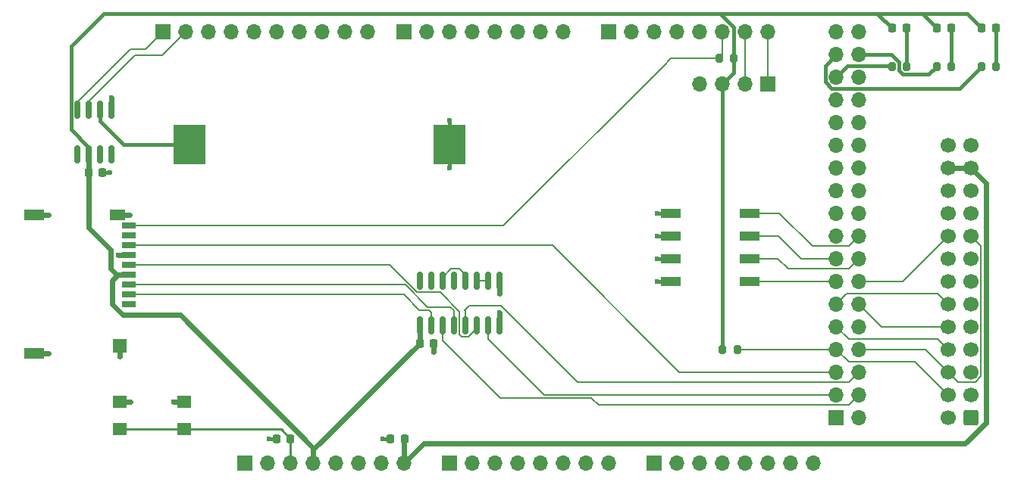
<source format=gbr>
%TF.GenerationSoftware,KiCad,Pcbnew,7.0.9*%
%TF.CreationDate,2023-11-24T14:08:54+01:00*%
%TF.ProjectId,sd-card-shield,73642d63-6172-4642-9d73-6869656c642e,rev?*%
%TF.SameCoordinates,Original*%
%TF.FileFunction,Copper,L1,Top*%
%TF.FilePolarity,Positive*%
%FSLAX46Y46*%
G04 Gerber Fmt 4.6, Leading zero omitted, Abs format (unit mm)*
G04 Created by KiCad (PCBNEW 7.0.9) date 2023-11-24 14:08:54*
%MOMM*%
%LPD*%
G01*
G04 APERTURE LIST*
G04 Aperture macros list*
%AMRoundRect*
0 Rectangle with rounded corners*
0 $1 Rounding radius*
0 $2 $3 $4 $5 $6 $7 $8 $9 X,Y pos of 4 corners*
0 Add a 4 corners polygon primitive as box body*
4,1,4,$2,$3,$4,$5,$6,$7,$8,$9,$2,$3,0*
0 Add four circle primitives for the rounded corners*
1,1,$1+$1,$2,$3*
1,1,$1+$1,$4,$5*
1,1,$1+$1,$6,$7*
1,1,$1+$1,$8,$9*
0 Add four rect primitives between the rounded corners*
20,1,$1+$1,$2,$3,$4,$5,0*
20,1,$1+$1,$4,$5,$6,$7,0*
20,1,$1+$1,$6,$7,$8,$9,0*
20,1,$1+$1,$8,$9,$2,$3,0*%
G04 Aperture macros list end*
%TA.AperFunction,ComponentPad*%
%ADD10R,1.700000X1.700000*%
%TD*%
%TA.AperFunction,ComponentPad*%
%ADD11O,1.700000X1.700000*%
%TD*%
%TA.AperFunction,SMDPad,CuDef*%
%ADD12RoundRect,0.150000X0.150000X-0.850000X0.150000X0.850000X-0.150000X0.850000X-0.150000X-0.850000X0*%
%TD*%
%TA.AperFunction,SMDPad,CuDef*%
%ADD13RoundRect,0.200000X0.200000X0.275000X-0.200000X0.275000X-0.200000X-0.275000X0.200000X-0.275000X0*%
%TD*%
%TA.AperFunction,SMDPad,CuDef*%
%ADD14R,3.600000X4.500000*%
%TD*%
%TA.AperFunction,SMDPad,CuDef*%
%ADD15RoundRect,0.150000X0.150000X-0.825000X0.150000X0.825000X-0.150000X0.825000X-0.150000X-0.825000X0*%
%TD*%
%TA.AperFunction,SMDPad,CuDef*%
%ADD16R,1.600000X1.400000*%
%TD*%
%TA.AperFunction,SMDPad,CuDef*%
%ADD17R,1.600000X0.700000*%
%TD*%
%TA.AperFunction,SMDPad,CuDef*%
%ADD18R,1.800000X1.200000*%
%TD*%
%TA.AperFunction,SMDPad,CuDef*%
%ADD19R,2.200000X1.200000*%
%TD*%
%TA.AperFunction,SMDPad,CuDef*%
%ADD20R,1.500000X1.600000*%
%TD*%
%TA.AperFunction,SMDPad,CuDef*%
%ADD21RoundRect,0.218750X0.218750X0.256250X-0.218750X0.256250X-0.218750X-0.256250X0.218750X-0.256250X0*%
%TD*%
%TA.AperFunction,SMDPad,CuDef*%
%ADD22R,2.200000X1.100000*%
%TD*%
%TA.AperFunction,SMDPad,CuDef*%
%ADD23RoundRect,0.200000X-0.200000X-0.275000X0.200000X-0.275000X0.200000X0.275000X-0.200000X0.275000X0*%
%TD*%
%TA.AperFunction,SMDPad,CuDef*%
%ADD24RoundRect,0.225000X-0.225000X-0.250000X0.225000X-0.250000X0.225000X0.250000X-0.225000X0.250000X0*%
%TD*%
%TA.AperFunction,ComponentPad*%
%ADD25RoundRect,0.250000X0.600000X0.600000X-0.600000X0.600000X-0.600000X-0.600000X0.600000X-0.600000X0*%
%TD*%
%TA.AperFunction,ComponentPad*%
%ADD26C,1.700000*%
%TD*%
%TA.AperFunction,SMDPad,CuDef*%
%ADD27RoundRect,0.225000X0.225000X0.250000X-0.225000X0.250000X-0.225000X-0.250000X0.225000X-0.250000X0*%
%TD*%
%TA.AperFunction,ViaPad*%
%ADD28C,0.600000*%
%TD*%
%TA.AperFunction,Conductor*%
%ADD29C,0.600000*%
%TD*%
%TA.AperFunction,Conductor*%
%ADD30C,0.400000*%
%TD*%
%TA.AperFunction,Conductor*%
%ADD31C,0.200000*%
%TD*%
%TA.AperFunction,Conductor*%
%ADD32C,0.250000*%
%TD*%
G04 APERTURE END LIST*
D10*
%TO.P,P1,1,Pin_1*%
%TO.N,GND*%
X193980000Y-92380000D03*
D11*
%TO.P,P1,2,Pin_2*%
X196520000Y-92380000D03*
%TO.P,P1,3,Pin_3*%
%TO.N,Net-(P1-Pin_3)*%
X193980000Y-89840000D03*
%TO.P,P1,4,Pin_4*%
%TO.N,Net-(P1-Pin_4)*%
X196520000Y-89840000D03*
%TO.P,P1,5,Pin_5*%
%TO.N,Net-(J2-DAT0)*%
X193980000Y-87300000D03*
%TO.P,P1,6,Pin_6*%
%TO.N,Net-(P1-Pin_6)*%
X196520000Y-87300000D03*
%TO.P,P1,7,Pin_7*%
%TO.N,Net-(J3-Pin_4)*%
X193980000Y-84760000D03*
%TO.P,P1,8,Pin_8*%
%TO.N,Net-(J3-Pin_17)*%
X196520000Y-84760000D03*
%TO.P,P1,9,Pin_9*%
%TO.N,Net-(J3-Pin_8)*%
X193980000Y-82220000D03*
%TO.P,P1,10,Pin_10*%
%TO.N,Net-(J3-Pin_2)*%
X196520000Y-82220000D03*
%TO.P,P1,11,Pin_11*%
%TO.N,Net-(J3-Pin_12)*%
X193980000Y-79680000D03*
%TO.P,P1,12,Pin_12*%
%TO.N,Net-(J3-Pin_10)*%
X196520000Y-79680000D03*
%TO.P,P1,13,Pin_13*%
%TO.N,OPTION_1*%
X193980000Y-77140000D03*
%TO.P,P1,14,Pin_14*%
%TO.N,Net-(J3-Pin_18)*%
X196520000Y-77140000D03*
%TO.P,P1,15,Pin_15*%
%TO.N,OPTION_3*%
X193980000Y-74600000D03*
%TO.P,P1,16,Pin_16*%
%TO.N,OPTION_2*%
X196520000Y-74600000D03*
%TO.P,P1,17,Pin_17*%
%TO.N,GND*%
X193980000Y-72060000D03*
%TO.P,P1,18,Pin_18*%
%TO.N,OPTION_4*%
X196520000Y-72060000D03*
%TO.P,P1,19,Pin_19*%
%TO.N,DATA_1*%
X193980000Y-69520000D03*
%TO.P,P1,20,Pin_20*%
%TO.N,DATA_0*%
X196520000Y-69520000D03*
%TO.P,P1,21,Pin_21*%
%TO.N,DATA_3*%
X193980000Y-66980000D03*
%TO.P,P1,22,Pin_22*%
%TO.N,DATA_2*%
X196520000Y-66980000D03*
%TO.P,P1,23,Pin_23*%
%TO.N,DATA_5*%
X193980000Y-64440000D03*
%TO.P,P1,24,Pin_24*%
%TO.N,DATA_4*%
X196520000Y-64440000D03*
%TO.P,P1,25,Pin_25*%
%TO.N,DATA_7*%
X193980000Y-61900000D03*
%TO.P,P1,26,Pin_26*%
%TO.N,DATA_6*%
X196520000Y-61900000D03*
%TO.P,P1,27,Pin_27*%
%TO.N,unconnected-(P1-Pin_27-Pad27)*%
X193980000Y-59360000D03*
%TO.P,P1,28,Pin_28*%
%TO.N,unconnected-(P1-Pin_28-Pad28)*%
X196520000Y-59360000D03*
%TO.P,P1,29,Pin_29*%
%TO.N,unconnected-(P1-Pin_29-Pad29)*%
X193980000Y-56820000D03*
%TO.P,P1,30,Pin_30*%
%TO.N,unconnected-(P1-Pin_30-Pad30)*%
X196520000Y-56820000D03*
%TO.P,P1,31,Pin_31*%
%TO.N,Net-(P1-Pin_31)*%
X193980000Y-54280000D03*
%TO.P,P1,32,Pin_32*%
%TO.N,unconnected-(P1-Pin_32-Pad32)*%
X196520000Y-54280000D03*
%TO.P,P1,33,Pin_33*%
%TO.N,Net-(P1-Pin_33)*%
X193980000Y-51740000D03*
%TO.P,P1,34,Pin_34*%
%TO.N,Net-(P1-Pin_34)*%
X196520000Y-51740000D03*
%TO.P,P1,35,Pin_35*%
%TO.N,unconnected-(P1-Pin_35-Pad35)*%
X193980000Y-49200000D03*
%TO.P,P1,36,Pin_36*%
%TO.N,unconnected-(P1-Pin_36-Pad36)*%
X196520000Y-49200000D03*
%TD*%
D10*
%TO.P,P2,1,Pin_1*%
%TO.N,unconnected-(P2-Pin_1-Pad1)*%
X127940000Y-97460000D03*
D11*
%TO.P,P2,2,Pin_2*%
%TO.N,unconnected-(P2-Pin_2-Pad2)*%
X130480000Y-97460000D03*
%TO.P,P2,3,Pin_3*%
%TO.N,Net-(P2-Pin_3)*%
X133020000Y-97460000D03*
%TO.P,P2,4,Pin_4*%
%TO.N,+3V3*%
X135560000Y-97460000D03*
%TO.P,P2,5,Pin_5*%
%TO.N,+5V*%
X138100000Y-97460000D03*
%TO.P,P2,6,Pin_6*%
%TO.N,GND*%
X140640000Y-97460000D03*
%TO.P,P2,7,Pin_7*%
X143180000Y-97460000D03*
%TO.P,P2,8,Pin_8*%
%TO.N,+8V*%
X145720000Y-97460000D03*
%TD*%
D10*
%TO.P,P3,1,Pin_1*%
%TO.N,unconnected-(P3-Pin_1-Pad1)*%
X150800000Y-97460000D03*
D11*
%TO.P,P3,2,Pin_2*%
%TO.N,unconnected-(P3-Pin_2-Pad2)*%
X153340000Y-97460000D03*
%TO.P,P3,3,Pin_3*%
%TO.N,unconnected-(P3-Pin_3-Pad3)*%
X155880000Y-97460000D03*
%TO.P,P3,4,Pin_4*%
%TO.N,unconnected-(P3-Pin_4-Pad4)*%
X158420000Y-97460000D03*
%TO.P,P3,5,Pin_5*%
%TO.N,unconnected-(P3-Pin_5-Pad5)*%
X160960000Y-97460000D03*
%TO.P,P3,6,Pin_6*%
%TO.N,unconnected-(P3-Pin_6-Pad6)*%
X163500000Y-97460000D03*
%TO.P,P3,7,Pin_7*%
%TO.N,unconnected-(P3-Pin_7-Pad7)*%
X166040000Y-97460000D03*
%TO.P,P3,8,Pin_8*%
%TO.N,unconnected-(P3-Pin_8-Pad8)*%
X168580000Y-97460000D03*
%TD*%
D10*
%TO.P,P4,1,Pin_1*%
%TO.N,unconnected-(P4-Pin_1-Pad1)*%
X173660000Y-97460000D03*
D11*
%TO.P,P4,2,Pin_2*%
%TO.N,unconnected-(P4-Pin_2-Pad2)*%
X176200000Y-97460000D03*
%TO.P,P4,3,Pin_3*%
%TO.N,unconnected-(P4-Pin_3-Pad3)*%
X178740000Y-97460000D03*
%TO.P,P4,4,Pin_4*%
%TO.N,unconnected-(P4-Pin_4-Pad4)*%
X181280000Y-97460000D03*
%TO.P,P4,5,Pin_5*%
%TO.N,unconnected-(P4-Pin_5-Pad5)*%
X183820000Y-97460000D03*
%TO.P,P4,6,Pin_6*%
%TO.N,unconnected-(P4-Pin_6-Pad6)*%
X186360000Y-97460000D03*
%TO.P,P4,7,Pin_7*%
%TO.N,unconnected-(P4-Pin_7-Pad7)*%
X188900000Y-97460000D03*
%TO.P,P4,8,Pin_8*%
%TO.N,unconnected-(P4-Pin_8-Pad8)*%
X191440000Y-97460000D03*
%TD*%
D10*
%TO.P,P5,1,Pin_1*%
%TO.N,Net-(P5-Pin_1)*%
X118796000Y-49200000D03*
D11*
%TO.P,P5,2,Pin_2*%
%TO.N,Net-(P5-Pin_2)*%
X121336000Y-49200000D03*
%TO.P,P5,3,Pin_3*%
%TO.N,unconnected-(P5-Pin_3-Pad3)*%
X123876000Y-49200000D03*
%TO.P,P5,4,Pin_4*%
%TO.N,GND*%
X126416000Y-49200000D03*
%TO.P,P5,5,Pin_5*%
%TO.N,unconnected-(P5-Pin_5-Pad5)*%
X128956000Y-49200000D03*
%TO.P,P5,6,Pin_6*%
%TO.N,unconnected-(P5-Pin_6-Pad6)*%
X131496000Y-49200000D03*
%TO.P,P5,7,Pin_7*%
%TO.N,unconnected-(P5-Pin_7-Pad7)*%
X134036000Y-49200000D03*
%TO.P,P5,8,Pin_8*%
%TO.N,unconnected-(P5-Pin_8-Pad8)*%
X136576000Y-49200000D03*
%TO.P,P5,9,Pin_9*%
%TO.N,unconnected-(P5-Pin_9-Pad9)*%
X139116000Y-49200000D03*
%TO.P,P5,10,Pin_10*%
%TO.N,unconnected-(P5-Pin_10-Pad10)*%
X141656000Y-49200000D03*
%TD*%
D10*
%TO.P,P6,1,Pin_1*%
%TO.N,unconnected-(P6-Pin_1-Pad1)*%
X145720000Y-49200000D03*
D11*
%TO.P,P6,2,Pin_2*%
%TO.N,unconnected-(P6-Pin_2-Pad2)*%
X148260000Y-49200000D03*
%TO.P,P6,3,Pin_3*%
%TO.N,unconnected-(P6-Pin_3-Pad3)*%
X150800000Y-49200000D03*
%TO.P,P6,4,Pin_4*%
%TO.N,unconnected-(P6-Pin_4-Pad4)*%
X153340000Y-49200000D03*
%TO.P,P6,5,Pin_5*%
%TO.N,unconnected-(P6-Pin_5-Pad5)*%
X155880000Y-49200000D03*
%TO.P,P6,6,Pin_6*%
%TO.N,unconnected-(P6-Pin_6-Pad6)*%
X158420000Y-49200000D03*
%TO.P,P6,7,Pin_7*%
%TO.N,unconnected-(P6-Pin_7-Pad7)*%
X160960000Y-49200000D03*
%TO.P,P6,8,Pin_8*%
%TO.N,unconnected-(P6-Pin_8-Pad8)*%
X163500000Y-49200000D03*
%TD*%
D10*
%TO.P,P7,1,Pin_1*%
%TO.N,unconnected-(P7-Pin_1-Pad1)*%
X168580000Y-49200000D03*
D11*
%TO.P,P7,2,Pin_2*%
%TO.N,unconnected-(P7-Pin_2-Pad2)*%
X171120000Y-49200000D03*
%TO.P,P7,3,Pin_3*%
%TO.N,unconnected-(P7-Pin_3-Pad3)*%
X173660000Y-49200000D03*
%TO.P,P7,4,Pin_4*%
%TO.N,unconnected-(P7-Pin_4-Pad4)*%
X176200000Y-49200000D03*
%TO.P,P7,5,Pin_5*%
%TO.N,unconnected-(P7-Pin_5-Pad5)*%
X178740000Y-49200000D03*
%TO.P,P7,6,Pin_6*%
%TO.N,Net-(J2-DET)*%
X181280000Y-49200000D03*
%TO.P,P7,7,Pin_7*%
%TO.N,Net-(J1-Pin_2)*%
X183820000Y-49200000D03*
%TO.P,P7,8,Pin_8*%
%TO.N,Net-(J1-Pin_1)*%
X186360000Y-49200000D03*
%TD*%
D12*
%TO.P,U2,1,VCC*%
%TO.N,+3V3*%
X147445000Y-82060000D03*
%TO.P,U2,2*%
%TO.N,Net-(J2-DAT3{slash}CD)*%
X148715000Y-82060000D03*
%TO.P,U2,3*%
%TO.N,Net-(P1-Pin_4)*%
X149985000Y-82060000D03*
%TO.P,U2,4*%
%TO.N,Net-(J2-CMD)*%
X151255000Y-82060000D03*
%TO.P,U2,5*%
%TO.N,Net-(P1-Pin_6)*%
X152525000Y-82060000D03*
%TO.P,U2,6*%
%TO.N,Net-(J2-CLK)*%
X153795000Y-82060000D03*
%TO.P,U2,7*%
%TO.N,Net-(P1-Pin_3)*%
X155065000Y-82060000D03*
%TO.P,U2,8,VSS*%
%TO.N,GND*%
X156335000Y-82060000D03*
%TO.P,U2,9*%
X156335000Y-77060000D03*
%TO.P,U2,10*%
%TO.N,Net-(U2-Pad10)*%
X155065000Y-77060000D03*
%TO.P,U2,11*%
X153795000Y-77060000D03*
%TO.P,U2,12*%
%TO.N,Net-(U2-Pad12)*%
X152525000Y-77060000D03*
%TO.P,U2,13*%
%TO.N,N/C*%
X151255000Y-77060000D03*
%TO.P,U2,14*%
%TO.N,Net-(U2-Pad12)*%
X149985000Y-77060000D03*
%TO.P,U2,15*%
%TO.N,unconnected-(U2-Pad15)*%
X148715000Y-77060000D03*
%TO.P,U2,16*%
%TO.N,N/C*%
X147445000Y-77060000D03*
%TD*%
D13*
%TO.P,R1,1*%
%TO.N,Net-(LED1-K)*%
X211825000Y-53100000D03*
%TO.P,R1,2*%
%TO.N,Net-(P1-Pin_33)*%
X210175000Y-53100000D03*
%TD*%
D14*
%TO.P,BT1,1,+*%
%TO.N,Net-(BT1-+)*%
X121700000Y-61800000D03*
%TO.P,BT1,2,-*%
%TO.N,GND*%
X150800000Y-61800000D03*
%TD*%
D15*
%TO.P,U1,1,32KHZ*%
%TO.N,unconnected-(U1-32KHZ-Pad1)*%
X109185000Y-62925000D03*
%TO.P,U1,2,VCC*%
%TO.N,+3V3*%
X110455000Y-62925000D03*
%TO.P,U1,3,~{INT}/SQW*%
%TO.N,unconnected-(U1-~{INT}{slash}SQW-Pad3)*%
X111725000Y-62925000D03*
%TO.P,U1,4,~{RST}*%
%TO.N,unconnected-(U1-~{RST}-Pad4)*%
X112995000Y-62925000D03*
%TO.P,U1,5,GND*%
%TO.N,GND*%
X112995000Y-57975000D03*
%TO.P,U1,6,VBAT*%
%TO.N,Net-(BT1-+)*%
X111725000Y-57975000D03*
%TO.P,U1,7,SDA*%
%TO.N,Net-(P5-Pin_2)*%
X110455000Y-57975000D03*
%TO.P,U1,8,SCL*%
%TO.N,Net-(P5-Pin_1)*%
X109185000Y-57975000D03*
%TD*%
D16*
%TO.P,SW2,1,1*%
%TO.N,GND*%
X113900000Y-90650000D03*
X121100000Y-90650000D03*
%TO.P,SW2,2,2*%
%TO.N,Net-(P2-Pin_3)*%
X113900000Y-93650000D03*
X121100000Y-93650000D03*
%TD*%
D17*
%TO.P,J2,1,DAT2*%
%TO.N,unconnected-(J2-DAT2-Pad1)*%
X114975000Y-79725000D03*
%TO.P,J2,2,DAT3/CD*%
%TO.N,Net-(J2-DAT3{slash}CD)*%
X114975000Y-78625000D03*
%TO.P,J2,3,CMD*%
%TO.N,Net-(J2-CMD)*%
X114975000Y-77525000D03*
%TO.P,J2,4,VDD*%
%TO.N,+3V3*%
X114975000Y-76425000D03*
%TO.P,J2,5,CLK*%
%TO.N,Net-(J2-CLK)*%
X114975000Y-75325000D03*
%TO.P,J2,6,VSS*%
%TO.N,GND*%
X114975000Y-74225000D03*
%TO.P,J2,7,DAT0*%
%TO.N,Net-(J2-DAT0)*%
X114975000Y-73125000D03*
%TO.P,J2,8,DAT1*%
%TO.N,unconnected-(J2-DAT1-Pad8)*%
X114975000Y-72025000D03*
%TO.P,J2,9,DET*%
%TO.N,Net-(J2-DET)*%
X114975000Y-70925000D03*
D18*
%TO.P,J2,10,SHIELD*%
%TO.N,GND*%
X113675000Y-69725000D03*
D19*
X104375000Y-69725000D03*
D20*
X113925000Y-84325000D03*
D19*
X104375000Y-85225000D03*
%TD*%
D21*
%TO.P,LED2,1,K*%
%TO.N,Net-(LED2-K)*%
X206787500Y-48800000D03*
%TO.P,LED2,2,A*%
%TO.N,+3V3*%
X205212500Y-48800000D03*
%TD*%
D22*
%TO.P,SW1,1*%
%TO.N,OPTION_1*%
X184300000Y-77140000D03*
%TO.P,SW1,2*%
%TO.N,OPTION_2*%
X184300000Y-74600000D03*
%TO.P,SW1,3*%
%TO.N,OPTION_3*%
X184300000Y-72060000D03*
%TO.P,SW1,4*%
%TO.N,OPTION_4*%
X184300000Y-69520000D03*
%TO.P,SW1,5*%
%TO.N,GND*%
X175500000Y-69520000D03*
%TO.P,SW1,6*%
X175500000Y-72060000D03*
%TO.P,SW1,7*%
X175500000Y-74600000D03*
%TO.P,SW1,8*%
X175500000Y-77140000D03*
%TD*%
D23*
%TO.P,R4,1*%
%TO.N,+3V3*%
X181275000Y-84760000D03*
%TO.P,R4,2*%
%TO.N,Net-(J3-Pin_4)*%
X182925000Y-84760000D03*
%TD*%
D10*
%TO.P,J1,1,Pin_1*%
%TO.N,Net-(J1-Pin_1)*%
X186360000Y-55050000D03*
D11*
%TO.P,J1,2,Pin_2*%
%TO.N,Net-(J1-Pin_2)*%
X183820000Y-55050000D03*
%TO.P,J1,3,Pin_3*%
%TO.N,+3V3*%
X181280000Y-55050000D03*
%TO.P,J1,4,Pin_4*%
%TO.N,GND*%
X178740000Y-55050000D03*
%TD*%
D24*
%TO.P,C3,1*%
%TO.N,+3V3*%
X110450000Y-64950000D03*
%TO.P,C3,2*%
%TO.N,GND*%
X112000000Y-64950000D03*
%TD*%
D25*
%TO.P,J3,1,Pin_1*%
%TO.N,DATA_0*%
X209000000Y-92380000D03*
D26*
%TO.P,J3,2,Pin_2*%
%TO.N,Net-(J3-Pin_2)*%
X206460000Y-92380000D03*
%TO.P,J3,3,Pin_3*%
%TO.N,DATA_1*%
X209000000Y-89840000D03*
%TO.P,J3,4,Pin_4*%
%TO.N,Net-(J3-Pin_4)*%
X206460000Y-89840000D03*
%TO.P,J3,5,Pin_5*%
%TO.N,DATA_2*%
X209000000Y-87300000D03*
%TO.P,J3,6,Pin_6*%
%TO.N,Net-(J3-Pin_17)*%
X206460000Y-87300000D03*
%TO.P,J3,7,Pin_7*%
%TO.N,DATA_3*%
X209000000Y-84760000D03*
%TO.P,J3,8,Pin_8*%
%TO.N,Net-(J3-Pin_8)*%
X206460000Y-84760000D03*
%TO.P,J3,9,Pin_9*%
%TO.N,DATA_4*%
X209000000Y-82220000D03*
%TO.P,J3,10,Pin_10*%
%TO.N,Net-(J3-Pin_10)*%
X206460000Y-82220000D03*
%TO.P,J3,11,Pin_11*%
%TO.N,DATA_5*%
X209000000Y-79680000D03*
%TO.P,J3,12,Pin_12*%
%TO.N,Net-(J3-Pin_12)*%
X206460000Y-79680000D03*
%TO.P,J3,13,Pin_13*%
%TO.N,DATA_6*%
X209000000Y-77140000D03*
%TO.P,J3,14,Pin_14*%
%TO.N,unconnected-(J3-Pin_14-Pad14)*%
X206460000Y-77140000D03*
%TO.P,J3,15,Pin_15*%
%TO.N,DATA_7*%
X209000000Y-74600000D03*
%TO.P,J3,16,Pin_16*%
%TO.N,unconnected-(J3-Pin_16-Pad16)*%
X206460000Y-74600000D03*
%TO.P,J3,17,Pin_17*%
%TO.N,Net-(J3-Pin_17)*%
X209000000Y-72060000D03*
%TO.P,J3,18,Pin_18*%
%TO.N,Net-(J3-Pin_18)*%
X206460000Y-72060000D03*
%TO.P,J3,19,Pin_19*%
%TO.N,unconnected-(J3-Pin_19-Pad19)*%
X209000000Y-69520000D03*
%TO.P,J3,20,Pin_20*%
%TO.N,unconnected-(J3-Pin_20-Pad20)*%
X206460000Y-69520000D03*
%TO.P,J3,21,Pin_21*%
%TO.N,unconnected-(J3-Pin_21-Pad21)*%
X209000000Y-66980000D03*
%TO.P,J3,22,Pin_22*%
%TO.N,unconnected-(J3-Pin_22-Pad22)*%
X206460000Y-66980000D03*
%TO.P,J3,23,Pin_23*%
%TO.N,+8V*%
X209000000Y-64440000D03*
%TO.P,J3,24,Pin_24*%
X206460000Y-64440000D03*
%TO.P,J3,25,Pin_25*%
%TO.N,GND*%
X209000000Y-61900000D03*
%TO.P,J3,26,Pin_26*%
X206460000Y-61900000D03*
%TD*%
D13*
%TO.P,R2,1*%
%TO.N,Net-(LED2-K)*%
X206825000Y-53100000D03*
%TO.P,R2,2*%
%TO.N,Net-(P1-Pin_34)*%
X205175000Y-53100000D03*
%TD*%
D21*
%TO.P,LED1,1,K*%
%TO.N,Net-(LED1-K)*%
X211787500Y-48800000D03*
%TO.P,LED1,2,A*%
%TO.N,+3V3*%
X210212500Y-48800000D03*
%TD*%
D13*
%TO.P,R7,1*%
%TO.N,+3V3*%
X182535000Y-52200000D03*
%TO.P,R7,2*%
%TO.N,Net-(J2-DET)*%
X180885000Y-52200000D03*
%TD*%
%TO.P,R3,1*%
%TO.N,Net-(LED3-K)*%
X201825000Y-53100000D03*
%TO.P,R3,2*%
%TO.N,Net-(P1-Pin_31)*%
X200175000Y-53100000D03*
%TD*%
D27*
%TO.P,C2,1*%
%TO.N,Net-(P2-Pin_3)*%
X133015000Y-94740000D03*
%TO.P,C2,2*%
%TO.N,GND*%
X131465000Y-94740000D03*
%TD*%
D21*
%TO.P,LED3,1,K*%
%TO.N,Net-(LED3-K)*%
X201787500Y-48800000D03*
%TO.P,LED3,2,A*%
%TO.N,+3V3*%
X200212500Y-48800000D03*
%TD*%
D24*
%TO.P,C4,1*%
%TO.N,+3V3*%
X147445000Y-84090000D03*
%TO.P,C4,2*%
%TO.N,GND*%
X148995000Y-84090000D03*
%TD*%
D27*
%TO.P,C1,1*%
%TO.N,+8V*%
X145735000Y-94750000D03*
%TO.P,C1,2*%
%TO.N,GND*%
X144185000Y-94750000D03*
%TD*%
D28*
%TO.N,GND*%
X173950000Y-72060000D03*
X119900000Y-90650000D03*
X113930000Y-85570000D03*
X105940000Y-69730000D03*
X150800000Y-59100000D03*
X143300000Y-94750000D03*
X105930000Y-85230000D03*
X156340000Y-78500000D03*
X173950000Y-69520000D03*
X112800000Y-64950000D03*
X156340000Y-80600000D03*
X113000000Y-56570000D03*
X115100000Y-90650000D03*
X173950000Y-74600000D03*
X149000000Y-85000000D03*
X173950000Y-77140000D03*
X113720000Y-74230000D03*
X130630000Y-94740000D03*
X115030000Y-69730000D03*
X150800000Y-64500000D03*
%TD*%
D29*
%TO.N,GND*%
X156340000Y-80600000D02*
X156340000Y-82055000D01*
X149000000Y-85000000D02*
X149000000Y-84095000D01*
D30*
X150800000Y-59100000D02*
X150800000Y-61800000D01*
D29*
X115030000Y-69730000D02*
X113680000Y-69730000D01*
D30*
X175500000Y-74600000D02*
X173950000Y-74600000D01*
D29*
X105930000Y-85230000D02*
X104380000Y-85230000D01*
X104380000Y-69730000D02*
X104375000Y-69725000D01*
X105940000Y-69730000D02*
X104380000Y-69730000D01*
X156340000Y-77065000D02*
X156335000Y-77060000D01*
X149000000Y-84095000D02*
X148995000Y-84090000D01*
X113720000Y-74230000D02*
X114970000Y-74230000D01*
D30*
X130630000Y-94740000D02*
X131465000Y-94740000D01*
D29*
X114970000Y-74230000D02*
X114975000Y-74225000D01*
D30*
X175500000Y-69520000D02*
X173950000Y-69520000D01*
D29*
X113680000Y-69730000D02*
X113675000Y-69725000D01*
X113000000Y-56570000D02*
X113000000Y-57970000D01*
X113000000Y-57970000D02*
X112995000Y-57975000D01*
X104380000Y-85230000D02*
X104375000Y-85225000D01*
X156340000Y-82055000D02*
X156335000Y-82060000D01*
X119900000Y-90650000D02*
X121100000Y-90650000D01*
D30*
X144185000Y-94750000D02*
X143300000Y-94750000D01*
X112800000Y-64950000D02*
X112000000Y-64950000D01*
D29*
X115100000Y-90650000D02*
X113900000Y-90650000D01*
X113930000Y-84330000D02*
X113925000Y-84325000D01*
D30*
X150800000Y-64500000D02*
X150800000Y-61800000D01*
D29*
X156340000Y-78500000D02*
X156340000Y-77065000D01*
X113930000Y-85570000D02*
X113930000Y-84330000D01*
D30*
X175500000Y-77140000D02*
X173950000Y-77140000D01*
X175500000Y-72060000D02*
X173950000Y-72060000D01*
D31*
%TO.N,Net-(P1-Pin_3)*%
X193980000Y-89840000D02*
X161300000Y-89840000D01*
X155065000Y-83605000D02*
X155065000Y-82060000D01*
X161300000Y-89840000D02*
X155065000Y-83605000D01*
%TO.N,Net-(P1-Pin_4)*%
X156400000Y-90190000D02*
X149985000Y-83775000D01*
X196520000Y-89840000D02*
X195370000Y-90990000D01*
X166613373Y-90190000D02*
X156400000Y-90190000D01*
X167413373Y-90990000D02*
X166613373Y-90190000D01*
X149985000Y-83775000D02*
X149985000Y-82060000D01*
X195370000Y-90990000D02*
X167413373Y-90990000D01*
%TO.N,Net-(J2-DAT0)*%
X176430000Y-87300000D02*
X193980000Y-87300000D01*
X162255000Y-73125000D02*
X176430000Y-87300000D01*
X114975000Y-73125000D02*
X162255000Y-73125000D01*
%TO.N,Net-(P1-Pin_6)*%
X196520000Y-87300000D02*
X195370000Y-88450000D01*
X195370000Y-88450000D02*
X165080955Y-88450000D01*
X152470000Y-80360000D02*
X152525000Y-80415000D01*
X152940000Y-79890000D02*
X152470000Y-80360000D01*
X165080955Y-88450000D02*
X156520955Y-79890000D01*
X156520955Y-79890000D02*
X152940000Y-79890000D01*
X152525000Y-80415000D02*
X152525000Y-82060000D01*
%TO.N,OPTION_1*%
X193980000Y-77140000D02*
X184300000Y-77140000D01*
%TO.N,OPTION_3*%
X187500000Y-72060000D02*
X190040000Y-74600000D01*
X190040000Y-74600000D02*
X193980000Y-74600000D01*
X184300000Y-72060000D02*
X187500000Y-72060000D01*
%TO.N,OPTION_2*%
X195370000Y-75750000D02*
X196520000Y-74600000D01*
X184300000Y-74600000D02*
X187440000Y-74600000D01*
X187440000Y-74600000D02*
X188590000Y-75750000D01*
X188590000Y-75750000D02*
X195370000Y-75750000D01*
%TO.N,OPTION_4*%
X187630000Y-69520000D02*
X191320000Y-73210000D01*
X191320000Y-73210000D02*
X195370000Y-73210000D01*
X195370000Y-73210000D02*
X196520000Y-72060000D01*
X184300000Y-69520000D02*
X187630000Y-69520000D01*
D30*
%TO.N,Net-(P1-Pin_31)*%
X195230000Y-53030000D02*
X193980000Y-54280000D01*
X200175000Y-53100000D02*
X200105000Y-53030000D01*
X200105000Y-53030000D02*
X195230000Y-53030000D01*
%TO.N,Net-(P1-Pin_33)*%
X192730000Y-54797767D02*
X192730000Y-52990000D01*
X193462233Y-55530000D02*
X192730000Y-54797767D01*
X210175000Y-53100000D02*
X207745000Y-55530000D01*
X207745000Y-55530000D02*
X193462233Y-55530000D01*
X192730000Y-52990000D02*
X193980000Y-51740000D01*
%TO.N,Net-(P1-Pin_34)*%
X200975000Y-53573528D02*
X200975000Y-52576472D01*
X201376472Y-53975000D02*
X200975000Y-53573528D01*
X204300000Y-53975000D02*
X201376472Y-53975000D01*
X205175000Y-53100000D02*
X204300000Y-53975000D01*
X200975000Y-52576472D02*
X200138528Y-51740000D01*
X200138528Y-51740000D02*
X196520000Y-51740000D01*
D32*
%TO.N,Net-(P2-Pin_3)*%
X132062500Y-93787500D02*
X133015000Y-94740000D01*
X121100000Y-93650000D02*
X131925000Y-93650000D01*
X113900000Y-93650000D02*
X121100000Y-93650000D01*
X133015000Y-94740000D02*
X133020000Y-94745000D01*
X133020000Y-94745000D02*
X133020000Y-97460000D01*
D30*
X133015000Y-97455000D02*
X133020000Y-97460000D01*
D32*
X131925000Y-93650000D02*
X132062500Y-93787500D01*
D29*
%TO.N,+8V*%
X145720000Y-97460000D02*
X145720000Y-94765000D01*
X206460000Y-64440000D02*
X209000000Y-64440000D01*
X210677000Y-66117000D02*
X209000000Y-64440000D01*
X145720000Y-94765000D02*
X145735000Y-94750000D01*
X210677000Y-92963660D02*
X210677000Y-66117000D01*
X147874000Y-95306000D02*
X208334660Y-95306000D01*
X208334660Y-95306000D02*
X210677000Y-92963660D01*
X145720000Y-97460000D02*
X147874000Y-95306000D01*
D31*
%TO.N,Net-(P5-Pin_1)*%
X109185000Y-57975000D02*
X109185000Y-57065000D01*
X115096000Y-51154000D02*
X116842000Y-51154000D01*
X116842000Y-51154000D02*
X118796000Y-49200000D01*
X109185000Y-57065000D02*
X115096000Y-51154000D01*
%TO.N,Net-(P5-Pin_2)*%
X115650000Y-51850000D02*
X110455000Y-57045000D01*
X110455000Y-57045000D02*
X110455000Y-57975000D01*
X121336000Y-49200000D02*
X118686000Y-51850000D01*
X118686000Y-51850000D02*
X115650000Y-51850000D01*
D29*
%TO.N,+3V3*%
X147298553Y-84253249D02*
X135560000Y-95991802D01*
D30*
X181280000Y-55050000D02*
X181280000Y-84755000D01*
X200204000Y-48800000D02*
X198550000Y-47146000D01*
X180993767Y-47146000D02*
X180350000Y-47146000D01*
D29*
X113712107Y-76425000D02*
X114975000Y-76425000D01*
D30*
X203175000Y-47146000D02*
X208558500Y-47146000D01*
D29*
X110450000Y-64950000D02*
X110450000Y-62930000D01*
D30*
X198550000Y-47146000D02*
X203175000Y-47146000D01*
X182530000Y-48682233D02*
X180993767Y-47146000D01*
D29*
X120692305Y-80917000D02*
X114294658Y-80917000D01*
D30*
X112150131Y-47146000D02*
X108485000Y-50811131D01*
X180350000Y-47146000D02*
X198550000Y-47146000D01*
X208558500Y-47146000D02*
X210212500Y-48800000D01*
X108485000Y-60160000D02*
X110455000Y-62130000D01*
X108485000Y-50811131D02*
X108485000Y-60160000D01*
D29*
X110450000Y-62930000D02*
X110455000Y-62925000D01*
D30*
X203558500Y-47146000D02*
X203175000Y-47146000D01*
D29*
X135560000Y-95784695D02*
X120692305Y-80917000D01*
X112890000Y-73600000D02*
X110450000Y-71160000D01*
D30*
X180350000Y-47146000D02*
X112150131Y-47146000D01*
D29*
X113575000Y-76425000D02*
X112890000Y-75740000D01*
X135560000Y-95991802D02*
X135560000Y-95784695D01*
D30*
X181280000Y-55050000D02*
X182530000Y-53800000D01*
X205212500Y-48800000D02*
X203558500Y-47146000D01*
D29*
X113086447Y-77050660D02*
X113712107Y-76425000D01*
D30*
X200212500Y-48800000D02*
X200204000Y-48800000D01*
D29*
X113086447Y-79708789D02*
X113086447Y-77050660D01*
X135560000Y-97460000D02*
X135560000Y-95991802D01*
X114975000Y-76425000D02*
X113575000Y-76425000D01*
D30*
X110455000Y-62130000D02*
X110455000Y-62925000D01*
X181280000Y-84755000D02*
X181275000Y-84760000D01*
D29*
X114294658Y-80917000D02*
X113086447Y-79708789D01*
X147445000Y-82060000D02*
X147445000Y-84090000D01*
X112890000Y-75740000D02*
X112890000Y-73600000D01*
X110450000Y-71160000D02*
X110450000Y-64950000D01*
D30*
X182530000Y-53800000D02*
X182530000Y-48682233D01*
D31*
%TO.N,Net-(J2-DET)*%
X181280000Y-51805000D02*
X181280000Y-49200000D01*
X175516626Y-52200000D02*
X174620813Y-53095813D01*
X180885000Y-52200000D02*
X175516626Y-52200000D01*
X156791627Y-70925000D02*
X174620813Y-53095813D01*
X114975000Y-70925000D02*
X156791627Y-70925000D01*
X180885000Y-52200000D02*
X181280000Y-51805000D01*
D30*
%TO.N,Net-(BT1-+)*%
X111725000Y-59175000D02*
X114350000Y-61800000D01*
X111725000Y-57975000D02*
X111725000Y-59175000D01*
X114350000Y-61800000D02*
X121700000Y-61800000D01*
D31*
%TO.N,Net-(J1-Pin_2)*%
X183820000Y-49200000D02*
X183820000Y-55050000D01*
%TO.N,Net-(J1-Pin_1)*%
X186360000Y-49200000D02*
X186360000Y-55050000D01*
%TO.N,Net-(J2-DAT3{slash}CD)*%
X148715000Y-80595000D02*
X148715000Y-82060000D01*
X114975000Y-78625000D02*
X145646396Y-78625000D01*
X148510000Y-80390000D02*
X148715000Y-80595000D01*
X145646396Y-78625000D02*
X147411396Y-80390000D01*
X147411396Y-80390000D02*
X148510000Y-80390000D01*
%TO.N,Net-(J2-CMD)*%
X150880000Y-80000000D02*
X148286156Y-80000000D01*
X151255000Y-80375000D02*
X150880000Y-80000000D01*
X148286156Y-80000000D02*
X145811156Y-77525000D01*
X151255000Y-82060000D02*
X151255000Y-80375000D01*
X145811156Y-77525000D02*
X114975000Y-77525000D01*
%TO.N,Net-(J2-CLK)*%
X152861396Y-83360000D02*
X152118604Y-83360000D01*
X147108604Y-78360000D02*
X144073604Y-75325000D01*
X152118604Y-83360000D02*
X151855000Y-83096396D01*
X153795000Y-82426396D02*
X152861396Y-83360000D01*
X144073604Y-75325000D02*
X114975000Y-75325000D01*
X153795000Y-82060000D02*
X153795000Y-82426396D01*
X149702448Y-78360000D02*
X147108604Y-78360000D01*
X151855000Y-83096396D02*
X151855000Y-80512552D01*
X151855000Y-80512552D02*
X149702448Y-78360000D01*
%TO.N,Net-(U2-Pad10)*%
X153795000Y-77060000D02*
X155065000Y-77060000D01*
%TO.N,Net-(U2-Pad12)*%
X149985000Y-76693604D02*
X150918604Y-75760000D01*
X150918604Y-75760000D02*
X151850000Y-75760000D01*
X151850000Y-75760000D02*
X152525000Y-76435000D01*
X152525000Y-76435000D02*
X152525000Y-77060000D01*
X149985000Y-77060000D02*
X149985000Y-76693604D01*
%TO.N,Net-(J3-Pin_4)*%
X182925000Y-84760000D02*
X193980000Y-84760000D01*
X202770000Y-86150000D02*
X195370000Y-86150000D01*
X206460000Y-89840000D02*
X202770000Y-86150000D01*
X195370000Y-86150000D02*
X193980000Y-84760000D01*
%TO.N,Net-(J3-Pin_17)*%
X209476346Y-88450000D02*
X210150000Y-87776346D01*
X203920000Y-84760000D02*
X196520000Y-84760000D01*
X207610000Y-88450000D02*
X209476346Y-88450000D01*
X210150000Y-73210000D02*
X209000000Y-72060000D01*
X210150000Y-87776346D02*
X210150000Y-73210000D01*
X206460000Y-87300000D02*
X207610000Y-88450000D01*
X206460000Y-87300000D02*
X203920000Y-84760000D01*
%TO.N,Net-(J3-Pin_8)*%
X205310000Y-83610000D02*
X195370000Y-83610000D01*
X195370000Y-83610000D02*
X193980000Y-82220000D01*
X206460000Y-84760000D02*
X205310000Y-83610000D01*
%TO.N,Net-(J3-Pin_10)*%
X206460000Y-82220000D02*
X199060000Y-82220000D01*
X199060000Y-82220000D02*
X196520000Y-79680000D01*
%TO.N,Net-(J3-Pin_12)*%
X206460000Y-79680000D02*
X205310000Y-78530000D01*
X205310000Y-78530000D02*
X195130000Y-78530000D01*
X195130000Y-78530000D02*
X193980000Y-79680000D01*
%TO.N,Net-(J3-Pin_18)*%
X201380000Y-77140000D02*
X196520000Y-77140000D01*
X206460000Y-72060000D02*
X201380000Y-77140000D01*
D30*
%TO.N,Net-(LED1-K)*%
X211787500Y-48800000D02*
X211787500Y-53062500D01*
X211787500Y-53062500D02*
X211825000Y-53100000D01*
%TO.N,Net-(LED2-K)*%
X206787500Y-53062500D02*
X206825000Y-53100000D01*
X206787500Y-48800000D02*
X206787500Y-53062500D01*
%TO.N,Net-(LED3-K)*%
X201787500Y-53062500D02*
X201825000Y-53100000D01*
X201787500Y-48800000D02*
X201787500Y-53062500D01*
%TD*%
M02*

</source>
